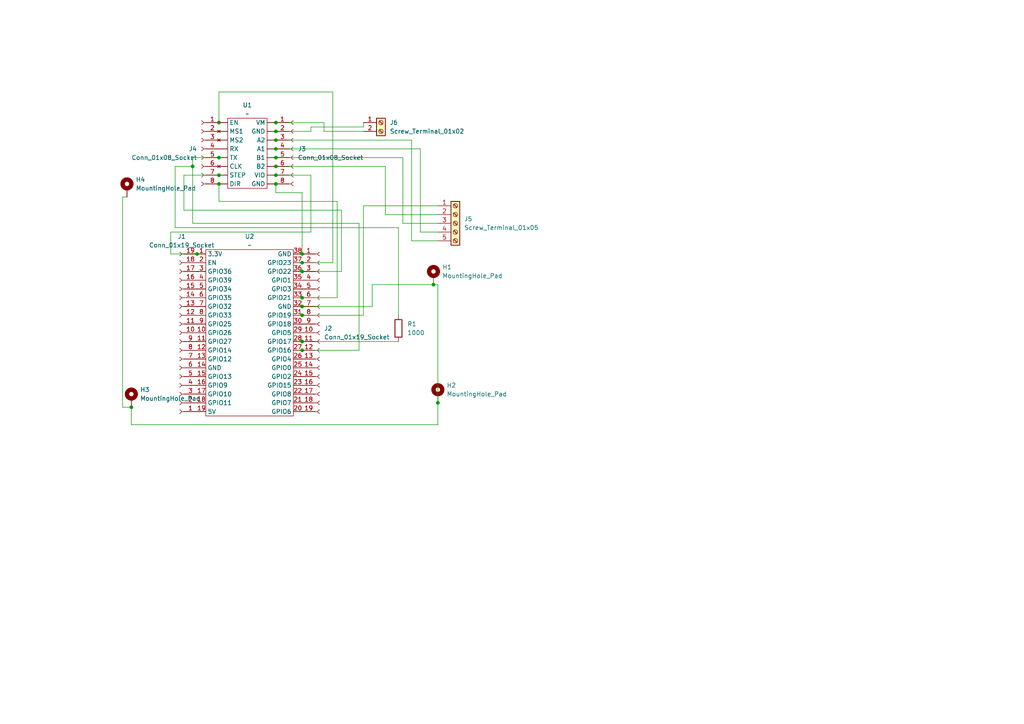
<source format=kicad_sch>
(kicad_sch (version 20231120) (generator "eeschema") (generator_version "8.0")
  (paper "A4")
  (lib_symbols
    (symbol "Connector:Conn_01x08_Socket" (pin_names (offset 1.016) hide)
      (property "Reference" "J" (at 0 10.16 0))
      (property "Value" "Conn_01x08_Socket" (at 0 -12.7 0))
      (symbol "Conn_01x08_Socket_1_1"
        (arc (start 0 -9.652) (mid -0.5058 -10.16) (end 0 -10.668) (stroke (width 0.1524)))
        (arc (start 0 -7.112) (mid -0.5058 -7.62) (end 0 -8.128) (stroke (width 0.1524)))
        (arc (start 0 -4.572) (mid -0.5058 -5.08) (end 0 -5.588) (stroke (width 0.1524)))
        (arc (start 0 -2.032) (mid -0.5058 -2.54) (end 0 -3.048) (stroke (width 0.1524)))
        (polyline (pts (xy -1.27 -10.16) (xy -0.508 -10.16)) (stroke (width 0.1524)))
        (polyline (pts (xy -1.27 -7.62) (xy -0.508 -7.62)) (stroke (width 0.1524)))
        (polyline (pts (xy -1.27 -5.08) (xy -0.508 -5.08)) (stroke (width 0.1524)))
        (polyline (pts (xy -1.27 -2.54) (xy -0.508 -2.54)) (stroke (width 0.1524)))
        (polyline (pts (xy -1.27 0) (xy -0.508 0)) (stroke (width 0.1524)))
        (polyline (pts (xy -1.27 2.54) (xy -0.508 2.54)) (stroke (width 0.1524)))
        (polyline (pts (xy -1.27 5.08) (xy -0.508 5.08)) (stroke (width 0.1524)))
        (polyline (pts (xy -1.27 7.62) (xy -0.508 7.62)) (stroke (width 0.1524)))
        (arc (start 0 0.508) (mid -0.5058 0) (end 0 -0.508) (stroke (width 0.1524)))
        (arc (start 0 3.048) (mid -0.5058 2.54) (end 0 2.032) (stroke (width 0.1524)))
        (arc (start 0 5.588) (mid -0.5058 5.08) (end 0 4.572) (stroke (width 0.1524)))
        (arc (start 0 8.128) (mid -0.5058 7.62) (end 0 7.112) (stroke (width 0.1524)))
        (pin passive line (at -5.08 7.62 0) (length 3.81) (name "Pin_1") (number "1"))
        (pin passive line (at -5.08 5.08 0) (length 3.81) (name "Pin_2") (number "2"))
        (pin passive line (at -5.08 2.54 0) (length 3.81) (name "Pin_3") (number "3"))
        (pin passive line (at -5.08 0 0) (length 3.81) (name "Pin_4") (number "4"))
        (pin passive line (at -5.08 -2.54 0) (length 3.81) (name "Pin_5") (number "5"))
        (pin passive line (at -5.08 -5.08 0) (length 3.81) (name "Pin_6") (number "6"))
        (pin passive line (at -5.08 -7.62 0) (length 3.81) (name "Pin_7") (number "7"))
        (pin passive line (at -5.08 -10.16 0) (length 3.81) (name "Pin_8") (number "8"))
      )
    )
    (symbol "Connector:Conn_01x19_Socket" (pin_names (offset 1.016) hide)
      (property "Reference" "J" (at 0 25.4 0))
      (property "Value" "Conn_01x19_Socket" (at 0 -25.4 0))
      (symbol "Conn_01x19_Socket_1_1"
        (arc (start 0 -22.352) (mid -0.5058 -22.86) (end 0 -23.368) (stroke (width 0.1524)))
        (arc (start 0 -19.812) (mid -0.5058 -20.32) (end 0 -20.828) (stroke (width 0.1524)))
        (arc (start 0 -17.272) (mid -0.5058 -17.78) (end 0 -18.288) (stroke (width 0.1524)))
        (arc (start 0 -14.732) (mid -0.5058 -15.24) (end 0 -15.748) (stroke (width 0.1524)))
        (arc (start 0 -12.192) (mid -0.5058 -12.7) (end 0 -13.208) (stroke (width 0.1524)))
        (arc (start 0 -9.652) (mid -0.5058 -10.16) (end 0 -10.668) (stroke (width 0.1524)))
        (arc (start 0 -7.112) (mid -0.5058 -7.62) (end 0 -8.128) (stroke (width 0.1524)))
        (arc (start 0 -4.572) (mid -0.5058 -5.08) (end 0 -5.588) (stroke (width 0.1524)))
        (arc (start 0 -2.032) (mid -0.5058 -2.54) (end 0 -3.048) (stroke (width 0.1524)))
        (polyline (pts (xy -1.27 -22.86) (xy -0.508 -22.86)) (stroke (width 0.1524)))
        (polyline (pts (xy -1.27 -20.32) (xy -0.508 -20.32)) (stroke (width 0.1524)))
        (polyline (pts (xy -1.27 -17.78) (xy -0.508 -17.78)) (stroke (width 0.1524)))
        (polyline (pts (xy -1.27 -15.24) (xy -0.508 -15.24)) (stroke (width 0.1524)))
        (polyline (pts (xy -1.27 -12.7) (xy -0.508 -12.7)) (stroke (width 0.1524)))
        (polyline (pts (xy -1.27 -10.16) (xy -0.508 -10.16)) (stroke (width 0.1524)))
        (polyline (pts (xy -1.27 -7.62) (xy -0.508 -7.62)) (stroke (width 0.1524)))
        (polyline (pts (xy -1.27 -5.08) (xy -0.508 -5.08)) (stroke (width 0.1524)))
        (polyline (pts (xy -1.27 -2.54) (xy -0.508 -2.54)) (stroke (width 0.1524)))
        (polyline (pts (xy -1.27 0) (xy -0.508 0)) (stroke (width 0.1524)))
        (polyline (pts (xy -1.27 2.54) (xy -0.508 2.54)) (stroke (width 0.1524)))
        (polyline (pts (xy -1.27 5.08) (xy -0.508 5.08)) (stroke (width 0.1524)))
        (polyline (pts (xy -1.27 7.62) (xy -0.508 7.62)) (stroke (width 0.1524)))
        (polyline (pts (xy -1.27 10.16) (xy -0.508 10.16)) (stroke (width 0.1524)))
        (polyline (pts (xy -1.27 12.7) (xy -0.508 12.7)) (stroke (width 0.1524)))
        (polyline (pts (xy -1.27 15.24) (xy -0.508 15.24)) (stroke (width 0.1524)))
        (polyline (pts (xy -1.27 17.78) (xy -0.508 17.78)) (stroke (width 0.1524)))
        (polyline (pts (xy -1.27 20.32) (xy -0.508 20.32)) (stroke (width 0.1524)))
        (polyline (pts (xy -1.27 22.86) (xy -0.508 22.86)) (stroke (width 0.1524)))
        (arc (start 0 0.508) (mid -0.5058 0) (end 0 -0.508) (stroke (width 0.1524)))
        (arc (start 0 3.048) (mid -0.5058 2.54) (end 0 2.032) (stroke (width 0.1524)))
        (arc (start 0 5.588) (mid -0.5058 5.08) (end 0 4.572) (stroke (width 0.1524)))
        (arc (start 0 8.128) (mid -0.5058 7.62) (end 0 7.112) (stroke (width 0.1524)))
        (arc (start 0 10.668) (mid -0.5058 10.16) (end 0 9.652) (stroke (width 0.1524)))
        (arc (start 0 13.208) (mid -0.5058 12.7) (end 0 12.192) (stroke (width 0.1524)))
        (arc (start 0 15.748) (mid -0.5058 15.24) (end 0 14.732) (stroke (width 0.1524)))
        (arc (start 0 18.288) (mid -0.5058 17.78) (end 0 17.272) (stroke (width 0.1524)))
        (arc (start 0 20.828) (mid -0.5058 20.32) (end 0 19.812) (stroke (width 0.1524)))
        (arc (start 0 23.368) (mid -0.5058 22.86) (end 0 22.352) (stroke (width 0.1524)))
        (pin passive line (at -5.08 22.86 0) (length 3.81) (name "Pin_1") (number "1"))
        (pin passive line (at -5.08 0 0) (length 3.81) (name "Pin_10") (number "10"))
        (pin passive line (at -5.08 -2.54 0) (length 3.81) (name "Pin_11") (number "11"))
        (pin passive line (at -5.08 -5.08 0) (length 3.81) (name "Pin_12") (number "12"))
        (pin passive line (at -5.08 -7.62 0) (length 3.81) (name "Pin_13") (number "13"))
        (pin passive line (at -5.08 -10.16 0) (length 3.81) (name "Pin_14") (number "14"))
        (pin passive line (at -5.08 -12.7 0) (length 3.81) (name "Pin_15") (number "15"))
        (pin passive line (at -5.08 -15.24 0) (length 3.81) (name "Pin_16") (number "16"))
        (pin passive line (at -5.08 -17.78 0) (length 3.81) (name "Pin_17") (number "17"))
        (pin passive line (at -5.08 -20.32 0) (length 3.81) (name "Pin_18") (number "18"))
        (pin passive line (at -5.08 -22.86 0) (length 3.81) (name "Pin_19") (number "19"))
        (pin passive line (at -5.08 20.32 0) (length 3.81) (name "Pin_2") (number "2"))
        (pin passive line (at -5.08 17.78 0) (length 3.81) (name "Pin_3") (number "3"))
        (pin passive line (at -5.08 15.24 0) (length 3.81) (name "Pin_4") (number "4"))
        (pin passive line (at -5.08 12.7 0) (length 3.81) (name "Pin_5") (number "5"))
        (pin passive line (at -5.08 10.16 0) (length 3.81) (name "Pin_6") (number "6"))
        (pin passive line (at -5.08 7.62 0) (length 3.81) (name "Pin_7") (number "7"))
        (pin passive line (at -5.08 5.08 0) (length 3.81) (name "Pin_8") (number "8"))
        (pin passive line (at -5.08 2.54 0) (length 3.81) (name "Pin_9") (number "9"))
      )
    )
    (symbol "Connector:Screw_Terminal_01x02" (pin_names (offset 1.016) hide)
      (property "Reference" "J" (at 0 2.54 0))
      (property "Value" "Screw_Terminal_01x02" (at 0 -5.08 0))
      (symbol "Screw_Terminal_01x02_1_1"
        (rectangle (start -1.27 1.27) (end 1.27 -3.81) (stroke (width 0.254)) (fill (type background)))
        (circle (center 0 -2.54) (radius 0.635) (stroke (width 0.1524)))
        (polyline (pts (xy -0.5334 -2.2098) (xy 0.3302 -3.048)) (stroke (width 0.1524)))
        (polyline (pts (xy -0.5334 0.3302) (xy 0.3302 -0.508)) (stroke (width 0.1524)))
        (polyline (pts (xy -0.3556 -2.032) (xy 0.508 -2.8702)) (stroke (width 0.1524)))
        (polyline (pts (xy -0.3556 0.508) (xy 0.508 -0.3302)) (stroke (width 0.1524)))
        (circle (center 0 0) (radius 0.635) (stroke (width 0.1524)))
        (pin passive line (at -5.08 0 0) (length 3.81) (name "Pin_1") (number "1"))
        (pin passive line (at -5.08 -2.54 0) (length 3.81) (name "Pin_2") (number "2"))
      )
    )
    (symbol "Connector:Screw_Terminal_01x05" (pin_names (offset 1.016) hide)
      (property "Reference" "J" (at 0 7.62 0))
      (property "Value" "Screw_Terminal_01x05" (at 0 -7.62 0))
      (symbol "Screw_Terminal_01x05_1_1"
        (rectangle (start -1.27 6.35) (end 1.27 -6.35) (stroke (width 0.254)) (fill (type background)))
        (circle (center 0 -5.08) (radius 0.635) (stroke (width 0.1524)))
        (circle (center 0 -2.54) (radius 0.635) (stroke (width 0.1524)))
        (polyline (pts (xy -0.5334 -4.7498) (xy 0.3302 -5.588)) (stroke (width 0.1524)))
        (polyline (pts (xy -0.5334 -2.2098) (xy 0.3302 -3.048)) (stroke (width 0.1524)))
        (polyline (pts (xy -0.5334 0.3302) (xy 0.3302 -0.508)) (stroke (width 0.1524)))
        (polyline (pts (xy -0.5334 2.8702) (xy 0.3302 2.032)) (stroke (width 0.1524)))
        (polyline (pts (xy -0.5334 5.4102) (xy 0.3302 4.572)) (stroke (width 0.1524)))
        (polyline (pts (xy -0.3556 -4.572) (xy 0.508 -5.4102)) (stroke (width 0.1524)))
        (polyline (pts (xy -0.3556 -2.032) (xy 0.508 -2.8702)) (stroke (width 0.1524)))
        (polyline (pts (xy -0.3556 0.508) (xy 0.508 -0.3302)) (stroke (width 0.1524)))
        (polyline (pts (xy -0.3556 3.048) (xy 0.508 2.2098)) (stroke (width 0.1524)))
        (polyline (pts (xy -0.3556 5.588) (xy 0.508 4.7498)) (stroke (width 0.1524)))
        (circle (center 0 0) (radius 0.635) (stroke (width 0.1524)))
        (circle (center 0 2.54) (radius 0.635) (stroke (width 0.1524)))
        (circle (center 0 5.08) (radius 0.635) (stroke (width 0.1524)))
        (pin passive line (at -5.08 5.08 0) (length 3.81) (name "Pin_1") (number "1"))
        (pin passive line (at -5.08 2.54 0) (length 3.81) (name "Pin_2") (number "2"))
        (pin passive line (at -5.08 0 0) (length 3.81) (name "Pin_3") (number "3"))
        (pin passive line (at -5.08 -2.54 0) (length 3.81) (name "Pin_4") (number "4"))
        (pin passive line (at -5.08 -5.08 0) (length 3.81) (name "Pin_5") (number "5"))
      )
    )
    (symbol "Device:R" (pin_numbers hide) (pin_names (offset 0))
      (property "Reference" "R" (at 2.032 0 90))
      (property "Value" "R" (at 0 0 90))
      (symbol "R_0_1"
        (rectangle (start -1.016 -2.54) (end 1.016 2.54) (stroke (width 0.254)))
      )
      (symbol "R_1_1"
        (pin passive line (at 0 3.81 270) (length 1.27) (name "~") (number "1"))
        (pin passive line (at 0 -3.81 90) (length 1.27) (name "~") (number "2"))
      )
    )
    (symbol "Mechanical:MountingHole_Pad" (pin_numbers hide) (pin_names (offset 1.016) hide) (exclude_from_sim yes) (in_bom no)
      (property "Reference" "H" (at 0 6.35 0))
      (property "Value" "MountingHole_Pad" (at 0 4.445 0))
      (symbol "MountingHole_Pad_0_1"
        (circle (center 0 1.27) (radius 1.27) (stroke (width 1.27)))
      )
      (symbol "MountingHole_Pad_1_1"
        (pin input line (at 0 -2.54 90) (length 2.54) (name "1") (number "1"))
      )
    )
    (symbol "syring_pump_lib:HILETGO_ESP32-WROOM-32D"
      (property "Reference" "U" (at 0.508 -33.782 0))
      (symbol "HILETGO_ESP32-WROOM-32D_0_1"
        (polyline (pts (xy 0 31.75) (xy 25.4 31.75) (xy 25.4 -16.51) (xy 0 -16.51) (xy 0 31.75)))
      )
      (symbol "HILETGO_ESP32-WROOM-32D_1_1"
        (pin power_out line (at -2.54 30.48 0) (length 2.54) (name "3.3V") (number "1"))
        (pin bidirectional line (at -2.54 7.62 0) (length 2.54) (name "GPIO26") (number "10"))
        (pin bidirectional line (at -2.54 5.08 0) (length 2.54) (name "GPIO27") (number "11"))
        (pin bidirectional line (at -2.54 2.54 0) (length 2.54) (name "GPIO14") (number "12"))
        (pin bidirectional line (at -2.54 0 0) (length 2.54) (name "GPIO12") (number "13"))
        (pin passive line (at -2.54 -2.54 0) (length 2.54) (name "GND") (number "14"))
        (pin bidirectional line (at -2.54 -5.08 0) (length 2.54) (name "GPIO13") (number "15"))
        (pin bidirectional line (at -2.54 -7.62 0) (length 2.54) (name "GPIO9") (number "16"))
        (pin bidirectional line (at -2.54 -10.16 0) (length 2.54) (name "GPIO10") (number "17"))
        (pin bidirectional line (at -2.54 -12.7 0) (length 2.54) (name "GPIO11") (number "18"))
        (pin power_out line (at -2.54 -15.24 0) (length 2.54) (name "5V") (number "19"))
        (pin input line (at -2.54 27.94 0) (length 2.54) (name "EN") (number "2"))
        (pin bidirectional line (at 27.94 -15.24 180) (length 2.54) (name "GPIO6") (number "20"))
        (pin bidirectional line (at 27.94 -12.7 180) (length 2.54) (name "GPIO7") (number "21"))
        (pin bidirectional line (at 27.94 -10.16 180) (length 2.54) (name "GPIO8") (number "22"))
        (pin bidirectional line (at 27.94 -7.62 180) (length 2.54) (name "GPIO15") (number "23"))
        (pin bidirectional line (at 27.94 -5.08 180) (length 2.54) (name "GPIO2") (number "24"))
        (pin bidirectional line (at 27.94 -2.54 180) (length 2.54) (name "GPIO0") (number "25"))
        (pin bidirectional line (at 27.94 0 180) (length 2.54) (name "GPIO4") (number "26"))
        (pin bidirectional line (at 27.94 2.54 180) (length 2.54) (name "GPIO16") (number "27"))
        (pin bidirectional line (at 27.94 5.08 180) (length 2.54) (name "GPIO17") (number "28"))
        (pin bidirectional line (at 27.94 7.62 180) (length 2.54) (name "GPIO5") (number "29"))
        (pin bidirectional line (at -2.54 25.4 0) (length 2.54) (name "GPIO36") (number "3"))
        (pin bidirectional line (at 27.94 10.16 180) (length 2.54) (name "GPIO18") (number "30"))
        (pin bidirectional line (at 27.94 12.7 180) (length 2.54) (name "GPIO19") (number "31"))
        (pin passive line (at 27.94 15.24 180) (length 2.54) (name "GND") (number "32"))
        (pin bidirectional line (at 27.94 17.78 180) (length 2.54) (name "GPIO21") (number "33"))
        (pin bidirectional line (at 27.94 20.32 180) (length 2.54) (name "GPIO3") (number "34"))
        (pin bidirectional line (at 27.94 22.86 180) (length 2.54) (name "GPIO1") (number "35"))
        (pin bidirectional line (at 27.94 25.4 180) (length 2.54) (name "GPIO22") (number "36"))
        (pin bidirectional line (at 27.94 27.94 180) (length 2.54) (name "GPIO23") (number "37"))
        (pin passive line (at 27.94 30.48 180) (length 2.54) (name "GND") (number "38"))
        (pin bidirectional line (at -2.54 22.86 0) (length 2.54) (name "GPIO39") (number "4"))
        (pin bidirectional line (at -2.54 20.32 0) (length 2.54) (name "GPIO34") (number "5"))
        (pin bidirectional line (at -2.54 17.78 0) (length 2.54) (name "GPIO35") (number "6"))
        (pin bidirectional line (at -2.54 15.24 0) (length 2.54) (name "GPIO32") (number "7"))
        (pin bidirectional line (at -2.54 12.7 0) (length 2.54) (name "GPIO33") (number "8"))
        (pin bidirectional line (at -2.54 10.16 0) (length 2.54) (name "GPIO25") (number "9"))
      )
    )
    (symbol "syring_pump_lib:TMC2209"
      (property "Reference" "U" (at 1.016 -11.43 0))
      (symbol "TMC2209_0_1"
        (polyline (pts (xy 0 10.16) (xy 11.43 10.16) (xy 11.43 -10.16) (xy 0 -10.16) (xy 0 10.16)))
      )
      (symbol "TMC2209_1_1"
        (pin output line (at 13.97 1.27 180) (length 2.54) (name "A1") (number ""))
        (pin output line (at 13.97 3.81 180) (length 2.54) (name "A2") (number ""))
        (pin output line (at 13.97 -1.27 180) (length 2.54) (name "B1") (number ""))
        (pin output line (at 13.97 -3.81 180) (length 2.54) (name "B2") (number ""))
        (pin no_connect line (at -2.54 -3.81 0) (length 2.54) (name "CLK") (number ""))
        (pin input line (at -2.54 -8.89 0) (length 2.54) (name "DIR") (number ""))
        (pin input line (at -2.54 8.89 0) (length 2.54) (name "EN") (number ""))
        (pin passive line (at 13.97 -8.89 180) (length 2.54) (name "GND") (number ""))
        (pin passive line (at 13.97 6.35 180) (length 2.54) (name "GND") (number ""))
        (pin no_connect line (at -2.54 6.35 0) (length 2.54) (name "MS1") (number ""))
        (pin no_connect line (at -2.54 3.81 0) (length 2.54) (name "MS2") (number ""))
        (pin output line (at -2.54 1.27 0) (length 2.54) (name "RX") (number ""))
        (pin input line (at -2.54 -6.35 0) (length 2.54) (name "STEP") (number ""))
        (pin input line (at -2.54 -1.27 0) (length 2.54) (name "TX") (number ""))
        (pin power_in line (at 13.97 -6.35 180) (length 2.54) (name "VIO") (number ""))
        (pin power_in line (at 13.97 8.89 180) (length 2.54) (name "VM") (number ""))
      )
    )
  )
  (junction (at 63.5 50.8))
  (junction (at 63.5 53.34))
  (junction (at 80.01 45.72))
  (junction (at 127 116.84))
  (junction (at 87.63 73.66))
  (junction (at 63.5 45.72))
  (junction (at 63.5 35.56))
  (junction (at 80.01 43.18))
  (junction (at 80.01 38.1))
  (junction (at 87.63 88.9))
  (junction (at 38.1 118.11))
  (junction (at 80.01 50.8))
  (junction (at 80.01 35.56))
  (junction (at 87.63 86.36))
  (junction (at 87.63 76.2))
  (junction (at 87.63 91.44))
  (junction (at 125.73 82.55))
  (junction (at 80.01 53.34))
  (junction (at 55.88 48.26))
  (junction (at 57.15 73.66))
  (junction (at 80.01 40.64))
  (junction (at 87.63 101.6))
  (junction (at 80.01 48.26))
  (junction (at 87.63 99.06))
  (junction (at 87.63 78.74))
  (wire (pts (xy 105.41 59.69) (xy 105.41 91.44)))
  (wire (pts (xy 127 59.69) (xy 105.41 59.69)))
  (wire (pts (xy 55.88 48.26) (xy 50.8 48.26)))
  (wire (pts (xy 127 123.19) (xy 127 116.84)))
  (wire (pts (xy 121.92 43.18) (xy 121.92 67.31)))
  (wire (pts (xy 99.06 60.96) (xy 99.06 78.74)))
  (wire (pts (xy 80.01 35.56) (xy 93.98 35.56)))
  (wire (pts (xy 80.01 40.64) (xy 119.38 40.64)))
  (wire (pts (xy 119.38 69.85) (xy 127 69.85)))
  (wire (pts (xy 80.01 38.1) (xy 90.17 38.1)))
  (wire (pts (xy 104.14 64.77) (xy 104.14 101.6)))
  (wire (pts (xy 38.1 123.19) (xy 127 123.19)))
  (wire (pts (xy 87.63 99.06) (xy 115.57 99.06)))
  (wire (pts (xy 80.01 43.18) (xy 121.92 43.18)))
  (wire (pts (xy 55.88 64.77) (xy 104.14 64.77)))
  (wire (pts (xy 80.01 50.8) (xy 90.17 50.8)))
  (wire (pts (xy 99.06 78.74) (xy 87.63 78.74)))
  (wire (pts (xy 90.17 50.8) (xy 90.17 67.31)))
  (wire (pts (xy 111.76 48.26) (xy 111.76 62.23)))
  (wire (pts (xy 55.88 48.26) (xy 55.88 64.77)))
  (wire (pts (xy 35.56 118.11) (xy 38.1 118.11)))
  (wire (pts (xy 35.56 57.15) (xy 36.83 57.15)))
  (wire (pts (xy 35.56 57.15) (xy 35.56 118.11)))
  (wire (pts (xy 107.95 82.55) (xy 107.95 88.9)))
  (wire (pts (xy 53.34 60.96) (xy 99.06 60.96)))
  (wire (pts (xy 104.14 101.6) (xy 87.63 101.6)))
  (wire (pts (xy 50.8 66.04) (xy 115.57 66.04)))
  (wire (pts (xy 55.88 45.72) (xy 55.88 48.26)))
  (wire (pts (xy 63.5 45.72) (xy 55.88 45.72)))
  (wire (pts (xy 63.5 26.67) (xy 63.5 35.56)))
  (wire (pts (xy 125.73 82.55) (xy 107.95 82.55)))
  (wire (pts (xy 127 82.55) (xy 125.73 82.55)))
  (wire (pts (xy 97.79 58.42) (xy 97.79 86.36)))
  (wire (pts (xy 121.92 67.31) (xy 127 67.31)))
  (wire (pts (xy 115.57 66.04) (xy 115.57 91.44)))
  (wire (pts (xy 111.76 62.23) (xy 127 62.23)))
  (wire (pts (xy 80.01 45.72) (xy 116.84 45.72)))
  (wire (pts (xy 63.5 58.42) (xy 97.79 58.42)))
  (wire (pts (xy 63.5 58.42) (xy 63.5 53.34)))
  (wire (pts (xy 90.17 36.83) (xy 105.41 36.83)))
  (wire (pts (xy 38.1 123.19) (xy 38.1 118.11)))
  (wire (pts (xy 105.41 91.44) (xy 87.63 91.44)))
  (wire (pts (xy 50.8 48.26) (xy 50.8 66.04)))
  (wire (pts (xy 107.95 88.9) (xy 87.63 88.9)))
  (wire (pts (xy 53.34 50.8) (xy 53.34 60.96)))
  (wire (pts (xy 80.01 55.88) (xy 80.01 53.34)))
  (wire (pts (xy 96.52 76.2) (xy 87.63 76.2)))
  (wire (pts (xy 116.84 64.77) (xy 127 64.77)))
  (wire (pts (xy 127 116.84) (xy 127 82.55)))
  (wire (pts (xy 93.98 35.56) (xy 93.98 38.1)))
  (wire (pts (xy 90.17 38.1) (xy 90.17 36.83)))
  (wire (pts (xy 97.79 86.36) (xy 87.63 86.36)))
  (wire (pts (xy 80.01 48.26) (xy 111.76 48.26)))
  (wire (pts (xy 116.84 45.72) (xy 116.84 64.77)))
  (wire (pts (xy 93.98 38.1) (xy 105.41 38.1)))
  (wire (pts (xy 87.63 73.66) (xy 87.63 55.88)))
  (wire (pts (xy 105.41 36.83) (xy 105.41 35.56)))
  (wire (pts (xy 119.38 40.64) (xy 119.38 69.85)))
  (wire (pts (xy 63.5 26.67) (xy 96.52 26.67)))
  (wire (pts (xy 87.63 55.88) (xy 80.01 55.88)))
  (wire (pts (xy 90.17 67.31) (xy 49.53 67.31)))
  (wire (pts (xy 49.53 67.31) (xy 49.53 73.66)))
  (wire (pts (xy 63.5 50.8) (xy 53.34 50.8)))
  (wire (pts (xy 49.53 73.66) (xy 57.15 73.66)))
  (wire (pts (xy 96.52 26.67) (xy 96.52 76.2)))
  (symbol (lib_id "Connector:Screw_Terminal_01x05") (at 132.08 64.77 0) (unit 1)
    (property "Reference" "J5" (at 134.62 63.4999 0) (effects (justify left)))
    (property "Value" "Screw_Terminal_01x05" (at 134.62 66.0399 0) (effects (justify left)))
    (property "Footprint" "TerminalBlock_Phoenix:TerminalBlock_Phoenix_MPT-0,5-5-2.54_1x05_P2.54mm_Horizontal" (effects (hide yes)))
    (property "Description" "Generic screw terminal, single row, 01x05, script generated (kicad-library-utils/schlib/autogen/connector/)" (effects (hide yes)))
  )
  (symbol (lib_id "Connector:Conn_01x19_Socket") (at 92.71 96.52 0) (unit 1)
    (property "Reference" "J2" (at 93.98 95.2499 0) (effects (justify left)))
    (property "Value" "Conn_01x19_Socket" (at 93.98 97.7899 0) (effects (justify left)))
    (property "Footprint" "Connector_PinSocket_2.54mm:PinSocket_1x19_P2.54mm_Vertical" (effects (hide yes)))
    (property "Description" "Generic connector, single row, 01x19, script generated" (effects (hide yes)))
  )
  (symbol (lib_id "Device:R") (at 115.57 95.25 0) (unit 1)
    (property "Reference" "R1" (at 118.11 93.9799 0) (effects (justify left)))
    (property "Value" "1000" (at 118.11 96.5199 0) (effects (justify left)))
    (property "Footprint" "Resistor_THT:R_Axial_DIN0207_L6.3mm_D2.5mm_P5.08mm_Vertical" (effects (hide yes)))
    (property "Description" "Resistor" (effects (hide yes)))
  )
  (symbol (lib_id "Connector:Conn_01x08_Socket") (at 58.42 43.18 0) (mirror y) (unit 1)
    (property "Reference" "J4" (at 57.15 43.1799 0) (effects (justify left)))
    (property "Value" "Conn_01x08_Socket" (at 57.15 45.7199 0) (effects (justify left)))
    (property "Footprint" "Connector_PinSocket_2.54mm:PinSocket_1x08_P2.54mm_Vertical" (effects (hide yes)))
    (property "Description" "Generic connector, single row, 01x08, script generated" (effects (hide yes)))
  )
  (symbol (lib_id "Mechanical:MountingHole_Pad") (at 38.1 115.57 0) (unit 1) (exclude_from_sim yes) (in_bom no)
    (property "Reference" "H3" (at 40.64 113.0299 0) (effects (justify left)))
    (property "Value" "MountingHole_Pad" (at 40.64 115.5699 0) (effects (justify left)))
    (property "Footprint" "MountingHole:MountingHole_2.7mm_M2.5_DIN965_Pad" (effects (hide yes)))
    (property "Description" "Mounting Hole with connection" (effects (hide yes)))
  )
  (symbol (lib_id "syring_pump_lib:TMC2209") (at 66.04 44.45 0) (unit 1) (in_bom no) (on_board no)
    (property "Reference" "U1" (at 71.755 30.48 0))
    (property "Value" "~" (at 71.755 33.02 0))
  )
  (symbol (lib_id "Connector:Conn_01x19_Socket") (at 52.07 96.52 180) (unit 1)
    (property "Reference" "J1" (at 52.705 68.58 0))
    (property "Value" "Conn_01x19_Socket" (at 52.705 71.12 0))
    (property "Footprint" "Connector_PinSocket_2.54mm:PinSocket_1x19_P2.54mm_Vertical" (effects (hide yes)))
    (property "Description" "Generic connector, single row, 01x19, script generated" (effects (hide yes)))
  )
  (symbol (lib_id "Mechanical:MountingHole_Pad") (at 125.73 80.01 0) (unit 1) (exclude_from_sim yes) (in_bom no)
    (property "Reference" "H1" (at 128.27 77.4699 0) (effects (justify left)))
    (property "Value" "MountingHole_Pad" (at 128.27 80.0099 0) (effects (justify left)))
    (property "Footprint" "MountingHole:MountingHole_2.7mm_M2.5_DIN965_Pad" (effects (hide yes)))
    (property "Description" "Mounting Hole with connection" (effects (hide yes)))
  )
  (symbol (lib_id "Connector:Conn_01x08_Socket") (at 85.09 43.18 0) (unit 1)
    (property "Reference" "J3" (at 86.36 43.1799 0) (effects (justify left)))
    (property "Value" "Conn_01x08_Socket" (at 86.36 45.7199 0) (effects (justify left)))
    (property "Footprint" "Connector_PinSocket_2.54mm:PinSocket_1x08_P2.54mm_Vertical" (effects (hide yes)))
    (property "Description" "Generic connector, single row, 01x08, script generated" (effects (hide yes)))
  )
  (symbol (lib_id "Mechanical:MountingHole_Pad") (at 36.83 54.61 0) (unit 1) (exclude_from_sim yes) (in_bom no)
    (property "Reference" "H4" (at 39.37 52.0699 0) (effects (justify left)))
    (property "Value" "MountingHole_Pad" (at 39.37 54.6099 0) (effects (justify left)))
    (property "Footprint" "MountingHole:MountingHole_2.7mm_M2.5_DIN965_Pad" (effects (hide yes)))
    (property "Description" "Mounting Hole with connection" (effects (hide yes)))
  )
  (symbol (lib_id "Mechanical:MountingHole_Pad") (at 127 114.3 0) (unit 1) (exclude_from_sim yes) (in_bom no)
    (property "Reference" "H2" (at 129.54 111.7599 0) (effects (justify left)))
    (property "Value" "MountingHole_Pad" (at 129.54 114.2999 0) (effects (justify left)))
    (property "Footprint" "MountingHole:MountingHole_2.7mm_M2.5_DIN965_Pad" (effects (hide yes)))
    (property "Description" "Mounting Hole with connection" (effects (hide yes)))
  )
  (symbol (lib_id "Connector:Screw_Terminal_01x02") (at 110.49 35.56 0) (unit 1)
    (property "Reference" "J6" (at 113.03 35.5599 0) (effects (justify left)))
    (property "Value" "Screw_Terminal_01x02" (at 113.03 38.0999 0) (effects (justify left)))
    (property "Footprint" "TerminalBlock_Phoenix:TerminalBlock_Phoenix_MPT-0,5-2-2.54_1x02_P2.54mm_Horizontal" (effects (hide yes)))
    (property "Description" "Generic screw terminal, single row, 01x02, script generated (kicad-library-utils/schlib/autogen/connector/)" (effects (hide yes)))
  )
  (symbol (lib_id "syring_pump_lib:HILETGO_ESP32-WROOM-32D") (at 59.69 104.14 0) (unit 1) (in_bom no) (on_board no)
    (property "Reference" "U2" (at 72.39 68.58 0))
    (property "Value" "~" (at 72.39 71.12 0))
  )
)
</source>
